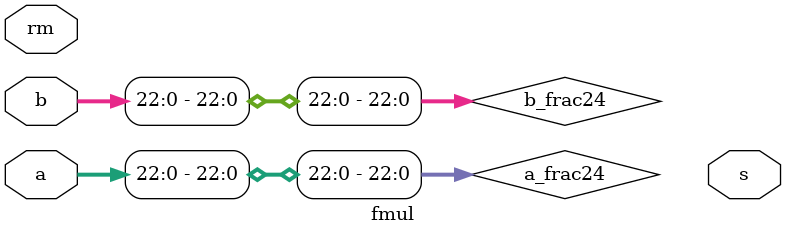
<source format=v>
module fmul (a, b, rm, s);
	input [31:0] a;		// fp a
	input [31:0] b;		// fp b
	input [1:0] rm;		// round mode
	output [31:0] s;	// fp output
	
	wire a_epxo_is_00 = ~|a[30:23];		// expo=00
	wire b_expo_is_00 = ~|b[30:23];
	wire a_expo_is_ff = &a[30:23];		// expo=ff
	wire b_expo_is_ff = &b[30:23];
	wire a_frac_is_00 = ~|a[22:0];		// frac=0
	wire b_frac_is_00 = ~|b[22:0];

	wire a_is_inf = a_expo_is_ff & a_frac_is_00;
	wire b_is_inf = b_expo_is_ff & b_frac_is_00;
	wire a_is_nan = a_expo_is_ff & ~a_frac_is_00;
	wire b_is_nan = b_expo_is_ff & ~b_frac_is_00;
	wire a_is_0 = a_expo_is_00 & a_frac_is_00;
	wire b_is_0 = b_expo_is_00 & b_frac_is_00;
	wire s_is_inf = a_is_inf | b_is_inf;
	wire s_is_nan = a_is_nan | b_is_nan | (a_is_inf&b_is_0) | (b_is_inf&a_is_0);
	
	wire [22:0] nan_frac = (a[21:0]>b[21:0])?{1'b1,a[21:0]}:{1'b1,b[21:0]};
	wire [22:0] inf_nan_frac = s_is_nan? nan_frac : 23'h0;
	
	wire sign = a[31]^b[31];
	wire [9:0] exp10 = {2'h0,a[30:23]} + {2'h0,b[30:23]} - 10'h7f + 
		a_expo_is_00 + b_expo_is_00;	// is a_expo is 00, expo10 add 1, so as b_expo is 0
	wire [23:0] a_frac24 = {~a_expo_is_00, a[22:0]};
	wire [23:0] b_frac24 = {~b_expo_is_00, b[22:0]};
	wire [47:0] z;
	wire [47:8] z_sum;
	wire [47:8] z_carry;

	// multiplication 1: carry and sum generated by wallace tree
	wallace_24x24 wt24 (a_frac24, b_frac24, z_sum, z_carry, z[7:0]);
	// multiplication 2: product by adding carry and sum
	assign z[47:8] = {1'b0, z_sum} + z_carry;	//xx.xxxxxxxx...
	// normalization
	wire [46:0] z5,z4,z3,z2,z1,z0;
	wire zero5,zero4,zero3,zero2,zero1,zero0;
	assign zero5 = ~|z[46:15];
	


endmodule

</source>
